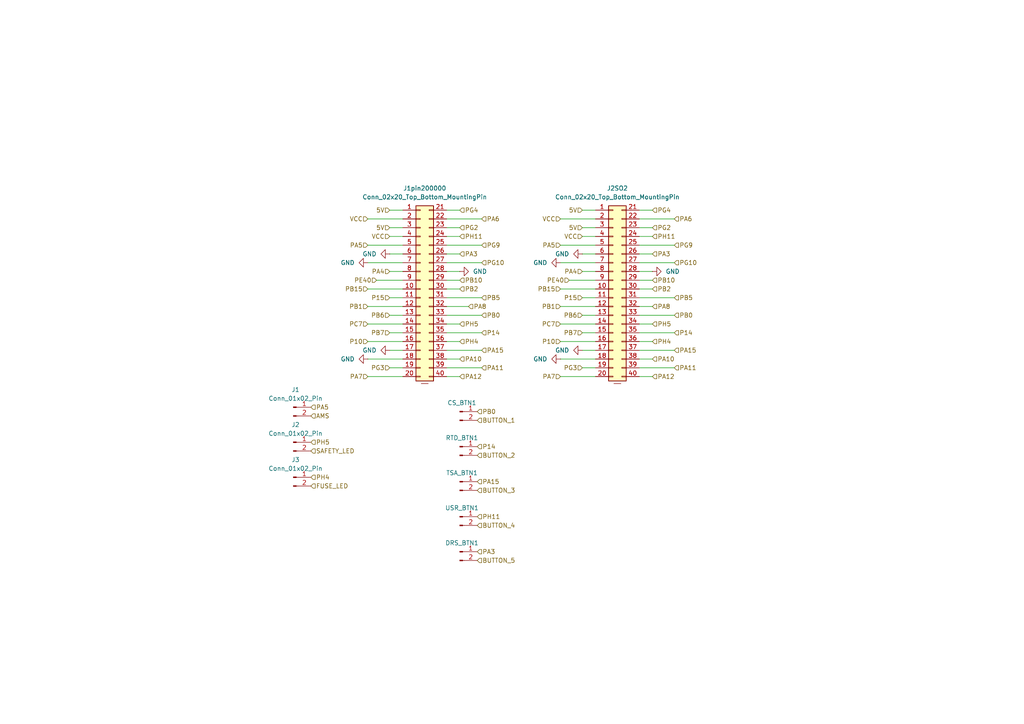
<source format=kicad_sch>
(kicad_sch (version 20250114) (generator "eeschema") (generator_version "9.0")
  (paper "A4")
  (lib_symbols
    (symbol "Conn_02x20_Top_Bottom_MountingPin_1" (pin_names (offset 1.016) (hide yes))
      (property "Reference" "J1pin1" (at 1.27 29.21 0))
      (property "Value" "Conn_02x20_Top_Bottom_MountingPin" (at 1.27 26.67 0))
      (symbol "Conn_02x20_Top_Bottom_MountingPin_1_1_1"
        (rectangle (start -1.27 24.13) (end 3.81 -26.67) (stroke (width 0.254)) (fill (type background)))
        (rectangle (start -1.27 22.987) (end 0 22.733) (stroke (width 0.1524)))
        (rectangle (start -1.27 20.447) (end 0 20.193) (stroke (width 0.1524)))
        (rectangle (start -1.27 17.907) (end 0 17.653) (stroke (width 0.1524)))
        (rectangle (start -1.27 15.367) (end 0 15.113) (stroke (width 0.1524)))
        (rectangle (start -1.27 12.827) (end 0 12.573) (stroke (width 0.1524)))
        (rectangle (start -1.27 10.287) (end 0 10.033) (stroke (width 0.1524)))
        (rectangle (start -1.27 7.747) (end 0 7.493) (stroke (width 0.1524)))
        (rectangle (start -1.27 5.207) (end 0 4.953) (stroke (width 0.1524)))
        (rectangle (start -1.27 2.667) (end 0 2.413) (stroke (width 0.1524)))
        (rectangle (start -1.27 0.127) (end 0 -0.127) (stroke (width 0.1524)))
        (rectangle (start -1.27 -2.413) (end 0 -2.667) (stroke (width 0.1524)))
        (rectangle (start -1.27 -4.953) (end 0 -5.207) (stroke (width 0.1524)))
        (rectangle (start -1.27 -7.493) (end 0 -7.747) (stroke (width 0.1524)))
        (rectangle (start -1.27 -10.033) (end 0 -10.287) (stroke (width 0.1524)))
        (rectangle (start -1.27 -12.573) (end 0 -12.827) (stroke (width 0.1524)))
        (rectangle (start -1.27 -15.113) (end 0 -15.367) (stroke (width 0.1524)))
        (rectangle (start -1.27 -17.653) (end 0 -17.907) (stroke (width 0.1524)))
        (rectangle (start -1.27 -20.193) (end 0 -20.447) (stroke (width 0.1524)))
        (rectangle (start -1.27 -22.733) (end 0 -22.987) (stroke (width 0.1524)))
        (rectangle (start -1.27 -25.273) (end 0 -25.527) (stroke (width 0.1524)))
        (polyline (pts (xy 0.254 -27.432) (xy 2.286 -27.432)) (stroke (width 0.1524)))
        (rectangle (start 3.81 22.987) (end 2.54 22.733) (stroke (width 0.1524)))
        (rectangle (start 3.81 20.447) (end 2.54 20.193) (stroke (width 0.1524)))
        (rectangle (start 3.81 17.907) (end 2.54 17.653) (stroke (width 0.1524)))
        (rectangle (start 3.81 15.367) (end 2.54 15.113) (stroke (width 0.1524)))
        (rectangle (start 3.81 12.827) (end 2.54 12.573) (stroke (width 0.1524)))
        (rectangle (start 3.81 10.287) (end 2.54 10.033) (stroke (width 0.1524)))
        (rectangle (start 3.81 7.747) (end 2.54 7.493) (stroke (width 0.1524)))
        (rectangle (start 3.81 5.207) (end 2.54 4.953) (stroke (width 0.1524)))
        (rectangle (start 3.81 2.667) (end 2.54 2.413) (stroke (width 0.1524)))
        (rectangle (start 3.81 0.127) (end 2.54 -0.127) (stroke (width 0.1524)))
        (rectangle (start 3.81 -2.413) (end 2.54 -2.667) (stroke (width 0.1524)))
        (rectangle (start 3.81 -4.953) (end 2.54 -5.207) (stroke (width 0.1524)))
        (rectangle (start 3.81 -7.493) (end 2.54 -7.747) (stroke (width 0.1524)))
        (rectangle (start 3.81 -10.033) (end 2.54 -10.287) (stroke (width 0.1524)))
        (rectangle (start 3.81 -12.573) (end 2.54 -12.827) (stroke (width 0.1524)))
        (rectangle (start 3.81 -15.113) (end 2.54 -15.367) (stroke (width 0.1524)))
        (rectangle (start 3.81 -17.653) (end 2.54 -17.907) (stroke (width 0.1524)))
        (rectangle (start 3.81 -20.193) (end 2.54 -20.447) (stroke (width 0.1524)))
        (rectangle (start 3.81 -22.733) (end 2.54 -22.987) (stroke (width 0.1524)))
        (rectangle (start 3.81 -25.273) (end 2.54 -25.527) (stroke (width 0.1524)))
        (pin passive line (at -5.08 22.86 0) (length 3.81) (name "Pin_1") (number "1"))
        (pin passive line (at -5.08 20.32 0) (length 3.81) (name "Pin_2") (number "2"))
        (pin passive line (at -5.08 17.78 0) (length 3.81) (name "Pin_3") (number "3"))
        (pin passive line (at -5.08 15.24 0) (length 3.81) (name "Pin_4") (number "4"))
        (pin passive line (at -5.08 12.7 0) (length 3.81) (name "Pin_5") (number "5"))
        (pin passive line (at -5.08 10.16 0) (length 3.81) (name "Pin_6") (number "6"))
        (pin passive line (at -5.08 7.62 0) (length 3.81) (name "Pin_7") (number "7"))
        (pin passive line (at -5.08 5.08 0) (length 3.81) (name "Pin_8") (number "8"))
        (pin passive line (at -5.08 2.54 0) (length 3.81) (name "Pin_9") (number "9"))
        (pin passive line (at -5.08 0 0) (length 3.81) (name "Pin_10") (number "10"))
        (pin passive line (at -5.08 -2.54 0) (length 3.81) (name "Pin_11") (number "11"))
        (pin passive line (at -5.08 -5.08 0) (length 3.81) (name "Pin_12") (number "12"))
        (pin passive line (at -5.08 -7.62 0) (length 3.81) (name "Pin_13") (number "13"))
        (pin passive line (at -5.08 -10.16 0) (length 3.81) (name "Pin_14") (number "14"))
        (pin passive line (at -5.08 -12.7 0) (length 3.81) (name "Pin_15") (number "15"))
        (pin passive line (at -5.08 -15.24 0) (length 3.81) (name "Pin_16") (number "16"))
        (pin passive line (at -5.08 -17.78 0) (length 3.81) (name "Pin_17") (number "17"))
        (pin passive line (at -5.08 -20.32 0) (length 3.81) (name "Pin_18") (number "18"))
        (pin passive line (at -5.08 -22.86 0) (length 3.81) (name "Pin_19") (number "19"))
        (pin passive line (at -5.08 -25.4 0) (length 3.81) (name "Pin_20") (number "20"))
        (pin passive line (at 7.62 22.86 180) (length 3.81) (name "Pin_21") (number "21"))
        (pin passive line (at 7.62 20.32 180) (length 3.81) (name "Pin_22") (number "22"))
        (pin passive line (at 7.62 17.78 180) (length 3.81) (name "Pin_23") (number "23"))
        (pin passive line (at 7.62 15.24 180) (length 3.81) (name "Pin_24") (number "24"))
        (pin passive line (at 7.62 12.7 180) (length 3.81) (name "Pin_25") (number "25"))
        (pin passive line (at 7.62 10.16 180) (length 3.81) (name "Pin_26") (number "26"))
        (pin passive line (at 7.62 7.62 180) (length 3.81) (name "Pin_27") (number "27"))
        (pin passive line (at 7.62 5.08 180) (length 3.81) (name "Pin_28") (number "28"))
        (pin passive line (at 7.62 2.54 180) (length 3.81) (name "Pin_29") (number "29"))
        (pin passive line (at 7.62 0 180) (length 3.81) (name "Pin_30") (number "30"))
        (pin passive line (at 7.62 -2.54 180) (length 3.81) (name "Pin_31") (number "31"))
        (pin passive line (at 7.62 -5.08 180) (length 3.81) (name "Pin_32") (number "32"))
        (pin passive line (at 7.62 -7.62 180) (length 3.81) (name "Pin_33") (number "33"))
        (pin passive line (at 7.62 -10.16 180) (length 3.81) (name "Pin_34") (number "34"))
        (pin passive line (at 7.62 -12.7 180) (length 3.81) (name "Pin_35") (number "35"))
        (pin passive line (at 7.62 -15.24 180) (length 3.81) (name "Pin_36") (number "36"))
        (pin passive line (at 7.62 -17.78 180) (length 3.81) (name "Pin_37") (number "37"))
        (pin passive line (at 7.62 -20.32 180) (length 3.81) (name "Pin_38") (number "38"))
        (pin passive line (at 7.62 -22.86 180) (length 3.81) (name "Pin_39") (number "39"))
        (pin passive line (at 7.62 -25.4 180) (length 3.81) (name "Pin_40") (number "40"))
      )
    )
    (symbol "Connector:Conn_01x02_Pin" (pin_names (offset 1.016) (hide yes))
      (property "Reference" "J" (at 0 2.54 0))
      (property "Value" "Conn_01x02_Pin" (at 0 -5.08 0))
      (symbol "Conn_01x02_Pin_1_1"
        (rectangle (start 0.8636 0.127) (end 0 -0.127) (stroke (width 0.1524)) (fill (type outline)))
        (rectangle (start 0.8636 -2.413) (end 0 -2.667) (stroke (width 0.1524)) (fill (type outline)))
        (polyline (pts (xy 1.27 0) (xy 0.8636 0)) (stroke (width 0.1524)))
        (polyline (pts (xy 1.27 -2.54) (xy 0.8636 -2.54)) (stroke (width 0.1524)))
        (pin passive line (at 5.08 0 180) (length 3.81) (name "Pin_1") (number "1"))
        (pin passive line (at 5.08 -2.54 180) (length 3.81) (name "Pin_2") (number "2"))
      )
    )
    (symbol "power:GND" (power) (pin_numbers (hide yes)) (pin_names (offset 0) (hide yes))
      (property "Value" "GND" (at 0 -3.81 0))
      (symbol "GND_0_1"
        (polyline (pts (xy 0 0) (xy 0 -1.27) (xy 1.27 -1.27) (xy 0 -2.54) (xy -1.27 -1.27) (xy 0 -1.27)))
      )
      (symbol "GND_1_1"
        (pin power_in line (at 0 0 270) (length 0) (name "~") (number "1"))
      )
    )
  )
  (wire (pts (xy 185.42 106.68) (xy 195.58 106.68)))
  (wire (pts (xy 113.03 101.6) (xy 116.84 101.6)))
  (wire (pts (xy 129.54 83.82) (xy 133.35 83.82)))
  (wire (pts (xy 168.91 73.66) (xy 172.72 73.66)))
  (wire (pts (xy 162.56 63.5) (xy 172.72 63.5)))
  (wire (pts (xy 106.68 93.98) (xy 116.84 93.98)))
  (wire (pts (xy 162.56 76.2) (xy 172.72 76.2)))
  (wire (pts (xy 106.68 88.9) (xy 116.84 88.9)))
  (wire (pts (xy 106.68 104.14) (xy 116.84 104.14)))
  (wire (pts (xy 113.03 68.58) (xy 116.84 68.58)))
  (wire (pts (xy 113.03 91.44) (xy 116.84 91.44)))
  (wire (pts (xy 129.54 106.68) (xy 139.7 106.68)))
  (wire (pts (xy 162.56 93.98) (xy 172.72 93.98)))
  (wire (pts (xy 129.54 96.52) (xy 139.7 96.52)))
  (wire (pts (xy 185.42 91.44) (xy 195.58 91.44)))
  (wire (pts (xy 185.42 66.04) (xy 189.23 66.04)))
  (wire (pts (xy 129.54 73.66) (xy 133.35 73.66)))
  (wire (pts (xy 113.03 78.74) (xy 116.84 78.74)))
  (wire (pts (xy 168.91 91.44) (xy 172.72 91.44)))
  (wire (pts (xy 129.54 76.2) (xy 139.7 76.2)))
  (wire (pts (xy 185.42 99.06) (xy 189.23 99.06)))
  (wire (pts (xy 185.42 88.9) (xy 189.23 88.9)))
  (wire (pts (xy 162.56 88.9) (xy 172.72 88.9)))
  (wire (pts (xy 129.54 109.22) (xy 133.35 109.22)))
  (wire (pts (xy 162.56 99.06) (xy 172.72 99.06)))
  (wire (pts (xy 113.03 86.36) (xy 116.84 86.36)))
  (wire (pts (xy 106.68 109.22) (xy 116.84 109.22)))
  (wire (pts (xy 129.54 104.14) (xy 133.35 104.14)))
  (wire (pts (xy 162.56 109.22) (xy 172.72 109.22)))
  (wire (pts (xy 185.42 73.66) (xy 189.23 73.66)))
  (wire (pts (xy 185.42 109.22) (xy 189.23 109.22)))
  (wire (pts (xy 185.42 76.2) (xy 195.58 76.2)))
  (wire (pts (xy 168.91 106.68) (xy 172.72 106.68)))
  (wire (pts (xy 113.03 73.66) (xy 116.84 73.66)))
  (wire (pts (xy 168.91 68.58) (xy 172.72 68.58)))
  (wire (pts (xy 129.54 68.58) (xy 133.35 68.58)))
  (wire (pts (xy 129.54 63.5) (xy 139.7 63.5)))
  (wire (pts (xy 129.54 99.06) (xy 133.35 99.06)))
  (wire (pts (xy 168.91 86.36) (xy 172.72 86.36)))
  (wire (pts (xy 106.68 99.06) (xy 116.84 99.06)))
  (wire (pts (xy 168.91 101.6) (xy 172.72 101.6)))
  (wire (pts (xy 129.54 78.74) (xy 133.35 78.74)))
  (wire (pts (xy 185.42 63.5) (xy 195.58 63.5)))
  (wire (pts (xy 162.56 71.12) (xy 172.72 71.12)))
  (wire (pts (xy 185.42 60.96) (xy 189.23 60.96)))
  (wire (pts (xy 185.42 78.74) (xy 189.23 78.74)))
  (wire (pts (xy 185.42 101.6) (xy 195.58 101.6)))
  (wire (pts (xy 113.03 106.68) (xy 116.84 106.68)))
  (wire (pts (xy 129.54 93.98) (xy 133.35 93.98)))
  (wire (pts (xy 129.54 86.36) (xy 139.7 86.36)))
  (wire (pts (xy 165.1 81.28) (xy 172.72 81.28)))
  (wire (pts (xy 129.54 66.04) (xy 133.35 66.04)))
  (wire (pts (xy 185.42 81.28) (xy 189.23 81.28)))
  (wire (pts (xy 129.54 91.44) (xy 139.7 91.44)))
  (wire (pts (xy 106.68 71.12) (xy 116.84 71.12)))
  (wire (pts (xy 168.91 78.74) (xy 172.72 78.74)))
  (wire (pts (xy 185.42 83.82) (xy 189.23 83.82)))
  (wire (pts (xy 109.22 81.28) (xy 116.84 81.28)))
  (wire (pts (xy 168.91 60.96) (xy 172.72 60.96)))
  (wire (pts (xy 106.68 63.5) (xy 116.84 63.5)))
  (wire (pts (xy 129.54 88.9) (xy 135.89 88.9)))
  (wire (pts (xy 129.54 101.6) (xy 139.7 101.6)))
  (wire (pts (xy 129.54 81.28) (xy 133.35 81.28)))
  (wire (pts (xy 162.56 104.14) (xy 172.72 104.14)))
  (wire (pts (xy 129.54 71.12) (xy 139.7 71.12)))
  (wire (pts (xy 106.68 83.82) (xy 116.84 83.82)))
  (wire (pts (xy 129.54 60.96) (xy 133.35 60.96)))
  (wire (pts (xy 113.03 60.96) (xy 116.84 60.96)))
  (wire (pts (xy 185.42 93.98) (xy 189.23 93.98)))
  (wire (pts (xy 185.42 86.36) (xy 195.58 86.36)))
  (wire (pts (xy 185.42 71.12) (xy 195.58 71.12)))
  (wire (pts (xy 185.42 104.14) (xy 189.23 104.14)))
  (wire (pts (xy 113.03 96.52) (xy 116.84 96.52)))
  (wire (pts (xy 168.91 66.04) (xy 172.72 66.04)))
  (wire (pts (xy 106.68 76.2) (xy 116.84 76.2)))
  (wire (pts (xy 185.42 96.52) (xy 195.58 96.52)))
  (wire (pts (xy 113.03 66.04) (xy 116.84 66.04)))
  (wire (pts (xy 162.56 83.82) (xy 172.72 83.82)))
  (wire (pts (xy 185.42 68.58) (xy 189.23 68.58)))
  (wire (pts (xy 168.91 96.52) (xy 172.72 96.52)))
  (label "" (at 171.45 60.96 0))
  (hierarchical_label "PA3" (shape input) (at 189.23 73.66 0))
  (hierarchical_label "P14" (shape input) (at 138.43 129.54 0))
  (hierarchical_label "PA15" (shape input) (at 138.43 139.7 0))
  (hierarchical_label "PA6" (shape input) (at 139.7 63.5 0))
  (hierarchical_label "PH4" (shape input) (at 90.17 138.43 0))
  (hierarchical_label "PB0" (shape input) (at 195.58 91.44 0))
  (hierarchical_label "PA15" (shape input) (at 139.7 101.6 0))
  (hierarchical_label "PA10" (shape input) (at 133.35 104.14 0))
  (hierarchical_label "P14" (shape input) (at 139.7 96.52 0))
  (hierarchical_label "VCC" (shape input) (at 113.03 68.58 180))
  (hierarchical_label "PB0" (shape input) (at 138.43 119.38 0))
  (hierarchical_label "PA3" (shape input) (at 138.43 160.02 0))
  (hierarchical_label "PB10" (shape input) (at 133.35 81.28 0))
  (hierarchical_label "VCC" (shape input) (at 168.91 68.58 180))
  (hierarchical_label "PE40" (shape input) (at 109.22 81.28 180))
  (hierarchical_label "PA5" (shape input) (at 90.17 118.11 0))
  (hierarchical_label "PB15" (shape input) (at 106.68 83.82 180))
  (hierarchical_label "PB15" (shape input) (at 162.56 83.82 180))
  (hierarchical_label "PH5" (shape input) (at 90.17 128.27 0))
  (hierarchical_label "VCC" (shape input) (at 106.68 63.5 180))
  (hierarchical_label "PB2" (shape input) (at 189.23 83.82 0))
  (hierarchical_label "PB6" (shape input) (at 168.91 91.44 180))
  (hierarchical_label "PB10" (shape input) (at 189.23 81.28 0))
  (hierarchical_label "PA10" (shape input) (at 189.23 104.14 0))
  (hierarchical_label "PA5" (shape input) (at 106.68 71.12 180))
  (hierarchical_label "PA5" (shape input) (at 162.56 71.12 180))
  (hierarchical_label "PA8" (shape input) (at 135.89 88.9 0))
  (hierarchical_label "BUTTON_1" (shape input) (at 138.43 121.92 0))
  (hierarchical_label "PB5" (shape input) (at 195.58 86.36 0))
  (hierarchical_label "PG2" (shape input) (at 189.23 66.04 0))
  (hierarchical_label "PH11" (shape input) (at 138.43 149.86 0))
  (hierarchical_label "SAFETY_LED" (shape input) (at 90.17 130.81 0))
  (hierarchical_label "PH11" (shape input) (at 189.23 68.58 0))
  (hierarchical_label "PB6" (shape input) (at 113.03 91.44 180))
  (hierarchical_label "PB7" (shape input) (at 113.03 96.52 180))
  (hierarchical_label "PG3" (shape input) (at 113.03 106.68 180))
  (hierarchical_label "PH5" (shape input) (at 189.23 93.98 0))
  (hierarchical_label "PA6" (shape input) (at 195.58 63.5 0))
  (hierarchical_label "P10" (shape input) (at 106.68 99.06 180))
  (hierarchical_label "5V" (shape input) (at 113.03 66.04 180))
  (hierarchical_label "BUTTON_2" (shape input) (at 138.43 132.08 0))
  (hierarchical_label "PB7" (shape input) (at 168.91 96.52 180))
  (hierarchical_label "PA7" (shape input) (at 106.68 109.22 180))
  (hierarchical_label "PH4" (shape input) (at 189.23 99.06 0))
  (hierarchical_label "PA12" (shape input) (at 189.23 109.22 0))
  (hierarchical_label "PB1" (shape input) (at 106.68 88.9 180))
  (hierarchical_label "PA4" (shape input) (at 113.03 78.74 180))
  (hierarchical_label "BUTTON_4" (shape input) (at 138.43 152.4 0))
  (hierarchical_label "PH5" (shape input) (at 133.35 93.98 0))
  (hierarchical_label "PB5" (shape input) (at 139.7 86.36 0))
  (hierarchical_label "PB2" (shape input) (at 133.35 83.82 0))
  (hierarchical_label "P15" (shape input) (at 168.91 86.36 180))
  (hierarchical_label "PA15" (shape input) (at 195.58 101.6 0))
  (hierarchical_label "PG10" (shape input) (at 195.58 76.2 0))
  (hierarchical_label "PG9" (shape input) (at 195.58 71.12 0))
  (hierarchical_label "5V" (shape input) (at 168.91 60.96 180))
  (hierarchical_label "PC7" (shape input) (at 162.56 93.98 180))
  (hierarchical_label "PE40" (shape input) (at 165.1 81.28 180))
  (hierarchical_label "AMS" (shape input) (at 90.17 120.65 0))
  (hierarchical_label "P10" (shape input) (at 162.56 99.06 180))
  (hierarchical_label "PH11" (shape input) (at 133.35 68.58 0))
  (hierarchical_label "PB1" (shape input) (at 162.56 88.9 180))
  (hierarchical_label "PA7" (shape input) (at 162.56 109.22 180))
  (hierarchical_label "PH4" (shape input) (at 133.35 99.06 0))
  (hierarchical_label "PA11" (shape input) (at 139.7 106.68 0))
  (hierarchical_label "PG2" (shape input) (at 133.35 66.04 0))
  (hierarchical_label "PA8" (shape input) (at 189.23 88.9 0))
  (hierarchical_label "PB0" (shape input) (at 139.7 91.44 0))
  (hierarchical_label "PG4" (shape input) (at 189.23 60.96 0))
  (hierarchical_label "5V" (shape input) (at 168.91 66.04 180))
  (hierarchical_label "P14" (shape input) (at 195.58 96.52 0))
  (hierarchical_label "BUTTON_3" (shape input) (at 138.43 142.24 0))
  (hierarchical_label "5V" (shape input) (at 113.03 60.96 180))
  (hierarchical_label "BUTTON_5" (shape input) (at 138.43 162.56 0))
  (hierarchical_label "PG9" (shape input) (at 139.7 71.12 0))
  (hierarchical_label "PG10" (shape input) (at 139.7 76.2 0))
  (hierarchical_label "PA11" (shape input) (at 195.58 106.68 0))
  (hierarchical_label "PA3" (shape input) (at 133.35 73.66 0))
  (hierarchical_label "PA12" (shape input) (at 133.35 109.22 0))
  (hierarchical_label "PA4" (shape input) (at 168.91 78.74 180))
  (hierarchical_label "PC7" (shape input) (at 106.68 93.98 180))
  (hierarchical_label "PG3" (shape input) (at 168.91 106.68 180))
  (hierarchical_label "FUSE_LED" (shape input) (at 90.17 140.97 0))
  (hierarchical_label "PG4" (shape input) (at 133.35 60.96 0))
  (hierarchical_label "P15" (shape input) (at 113.03 86.36 180))
  (hierarchical_label "VCC" (shape input) (at 162.56 63.5 180))
  (symbol (lib_id "Connector:Conn_01x02_Pin") (at 85.09 128.27 0) (unit 1)
    (property "Reference" "J2" (at 85.725 123.19 0))
    (property "Value" "Conn_01x02_Pin" (at 85.725 125.73 0))
    (property "Footprint" "Connector_PinHeader_1.27mm:PinHeader_1x02_P1.27mm_Vertical" (effects (hide yes)))
    (property "Description" "Generic connector, single row, 01x02, script generated" (effects (hide yes)))
  )
  (symbol (lib_id "Connector:Conn_01x02_Pin") (at 133.35 119.38 0) (unit 1)
    (property "Reference" "CS_BTN1" (at 133.985 116.84 0))
    (property "Value" "Conn_01x02_Pin" (effects (hide yes)))
    (property "Footprint" "Connector_PinHeader_1.27mm:PinHeader_1x02_P1.27mm_Vertical" (effects (hide yes)))
    (property "Description" "Generic connector, single row, 01x02, script generated" (effects (hide yes)))
  )
  (symbol (lib_name "Conn_02x20_Top_Bottom_MountingPin_1") (lib_id "Connector_Generic_MountingPin:Conn_02x20_Top_Bottom_MountingPin") (at 121.92 83.82 0) (unit 1)
    (property "Reference" "J1pin200000" (at 123.19 54.61 0))
    (property "Value" "Conn_02x20_Top_Bottom_MountingPin" (at 123.19 57.15 0))
    (property "Footprint" "Connector_PinHeader_1.27mm:PinHeader_2x20_P1.27mm_Vertical" (effects (hide yes)))
    (property "Description" "Generic connectable mounting pin connector, double row, 02x20, top/bottom pin numbering scheme (row 1: 1...pins_per_row, row2: pins_per_row+1 ... num_pins), script generated (kicad-library-utils/schlib/autogen/connector/)" (effects (hide yes)))
  )
  (symbol (lib_id "power:GND") (at 106.68 76.2 270) (unit 1)
    (property "Reference" "#PWR012" (effects (hide yes)))
    (property "Value" "GND" (at 102.87 76.1999 90) (effects (justify right)))
    (property "Description" "Power symbol creates a global label with name \"GND\" , ground" (effects (hide yes)))
  )
  (symbol (lib_name "Conn_02x20_Top_Bottom_MountingPin_1") (lib_id "Connector_Generic_MountingPin:Conn_02x20_Top_Bottom_MountingPin") (at 177.8 83.82 0) (unit 1)
    (property "Reference" "J2SO2" (at 179.07 54.61 0))
    (property "Value" "Conn_02x20_Top_Bottom_MountingPin" (at 179.07 57.15 0))
    (property "Footprint" "Connector_PinHeader_1.27mm:PinHeader_2x20_P1.27mm_Vertical" (effects (hide yes)))
    (property "Description" "Generic connectable mounting pin connector, double row, 02x20, top/bottom pin numbering scheme (row 1: 1...pins_per_row, row2: pins_per_row+1 ... num_pins), script generated (kicad-library-utils/schlib/autogen/connector/)" (effects (hide yes)))
  )
  (symbol (lib_id "power:GND") (at 133.35 78.74 90) (unit 1)
    (property "Reference" "#PWR033" (effects (hide yes)))
    (property "Value" "GND" (at 137.16 78.7399 90) (effects (justify right)))
    (property "Description" "Power symbol creates a global label with name \"GND\" , ground" (effects (hide yes)))
  )
  (symbol (lib_id "Connector:Conn_01x02_Pin") (at 133.35 149.86 0) (unit 1)
    (property "Reference" "USR_BTN1" (at 133.985 147.32 0))
    (property "Value" "Conn_01x02_Pin" (effects (hide yes)))
    (property "Footprint" "Connector_PinHeader_1.27mm:PinHeader_1x02_P1.27mm_Vertical" (effects (hide yes)))
    (property "Description" "Generic connector, single row, 01x02, script generated" (effects (hide yes)))
  )
  (symbol (lib_id "power:GND") (at 162.56 76.2 270) (unit 1)
    (property "Reference" "#PWR034" (effects (hide yes)))
    (property "Value" "GND" (at 158.75 76.1999 90) (effects (justify right)))
    (property "Description" "Power symbol creates a global label with name \"GND\" , ground" (effects (hide yes)))
  )
  (symbol (lib_id "Connector:Conn_01x02_Pin") (at 85.09 138.43 0) (unit 1)
    (property "Reference" "J3" (at 85.725 133.35 0))
    (property "Value" "Conn_01x02_Pin" (at 85.725 135.89 0))
    (property "Footprint" "Connector_PinHeader_1.27mm:PinHeader_1x02_P1.27mm_Vertical" (effects (hide yes)))
    (property "Description" "Generic connector, single row, 01x02, script generated" (effects (hide yes)))
  )
  (symbol (lib_id "power:GND") (at 162.56 104.14 270) (unit 1)
    (property "Reference" "#PWR035" (effects (hide yes)))
    (property "Value" "GND" (at 158.75 104.1399 90) (effects (justify right)))
    (property "Description" "Power symbol creates a global label with name \"GND\" , ground" (effects (hide yes)))
  )
  (symbol (lib_id "power:GND") (at 113.03 101.6 270) (unit 1)
    (property "Reference" "#PWR028" (effects (hide yes)))
    (property "Value" "GND" (at 109.22 101.5999 90) (effects (justify right)))
    (property "Description" "Power symbol creates a global label with name \"GND\" , ground" (effects (hide yes)))
  )
  (symbol (lib_id "power:GND") (at 106.68 104.14 270) (unit 1)
    (property "Reference" "#PWR026" (effects (hide yes)))
    (property "Value" "GND" (at 102.87 104.1399 90) (effects (justify right)))
    (property "Description" "Power symbol creates a global label with name \"GND\" , ground" (effects (hide yes)))
  )
  (symbol (lib_id "Connector:Conn_01x02_Pin") (at 85.09 118.11 0) (unit 1)
    (property "Reference" "J1" (at 85.725 113.03 0))
    (property "Value" "Conn_01x02_Pin" (at 85.725 115.57 0))
    (property "Footprint" "Connector_PinHeader_1.27mm:PinHeader_1x02_P1.27mm_Vertical" (effects (hide yes)))
    (property "Description" "Generic connector, single row, 01x02, script generated" (effects (hide yes)))
  )
  (symbol (lib_id "Connector:Conn_01x02_Pin") (at 133.35 129.54 0) (unit 1)
    (property "Reference" "RTD_BTN1" (at 133.985 127 0))
    (property "Value" "Conn_01x02_Pin" (effects (hide yes)))
    (property "Footprint" "Connector_PinHeader_1.27mm:PinHeader_1x02_P1.27mm_Vertical" (effects (hide yes)))
    (property "Description" "Generic connector, single row, 01x02, script generated" (effects (hide yes)))
  )
  (symbol (lib_id "power:GND") (at 113.03 73.66 270) (unit 1)
    (property "Reference" "#PWR027" (effects (hide yes)))
    (property "Value" "GND" (at 109.22 73.6599 90) (effects (justify right)))
    (property "Description" "Power symbol creates a global label with name \"GND\" , ground" (effects (hide yes)))
  )
  (symbol (lib_id "power:GND") (at 189.23 78.74 90) (unit 1)
    (property "Reference" "#PWR038" (effects (hide yes)))
    (property "Value" "GND" (at 193.04 78.7399 90) (effects (justify right)))
    (property "Description" "Power symbol creates a global label with name \"GND\" , ground" (effects (hide yes)))
  )
  (symbol (lib_id "power:GND") (at 168.91 73.66 270) (unit 1)
    (property "Reference" "#PWR036" (effects (hide yes)))
    (property "Value" "GND" (at 165.1 73.6599 90) (effects (justify right)))
    (property "Description" "Power symbol creates a global label with name \"GND\" , ground" (effects (hide yes)))
  )
  (symbol (lib_id "power:GND") (at 168.91 101.6 270) (unit 1)
    (property "Reference" "#PWR037" (effects (hide yes)))
    (property "Value" "GND" (at 165.1 101.5999 90) (effects (justify right)))
    (property "Description" "Power symbol creates a global label with name \"GND\" , ground" (effects (hide yes)))
  )
  (symbol (lib_id "Connector:Conn_01x02_Pin") (at 133.35 160.02 0) (unit 1)
    (property "Reference" "DRS_BTN1" (at 133.985 157.48 0))
    (property "Value" "Conn_01x02_Pin" (effects (hide yes)))
    (property "Footprint" "Connector_PinHeader_1.27mm:PinHeader_1x02_P1.27mm_Vertical" (effects (hide yes)))
    (property "Description" "Generic connector, single row, 01x02, script generated" (effects (hide yes)))
  )
  (symbol (lib_id "Connector:Conn_01x02_Pin") (at 133.35 139.7 0) (unit 1)
    (property "Reference" "TSA_BTN1" (at 133.985 137.16 0))
    (property "Value" "Conn_01x02_Pin" (effects (hide yes)))
    (property "Footprint" "Connector_PinHeader_1.27mm:PinHeader_1x02_P1.27mm_Vertical" (effects (hide yes)))
    (property "Description" "Generic connector, single row, 01x02, script generated" (effects (hide yes)))
  )
)
</source>
